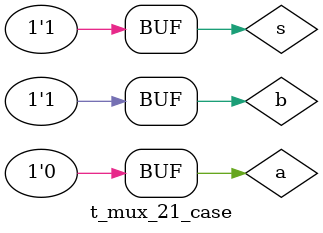
<source format=v>
module mux_21_case(y,a,b,s);
  output reg y;
  input a,b,s;
  
  always @(s)
  begin
    case(s)
      1'b0:
      y=a;
      1'b1:
      y=b;
    endcase
  end

endmodule


//tst bnch

module t_mux_21_case();
  wire y;
  reg a,b,s;
  
   mux_21_case a1(y,a,b,s);
  
  initial
  begin
  s= 1'b0;
  a= 1'b0;
  b = 1'b1;
  #50;
  
  s= 1'b1;
  a= 1'b0;
  b = 1'b1;
  #50;

end

endmodule

</source>
